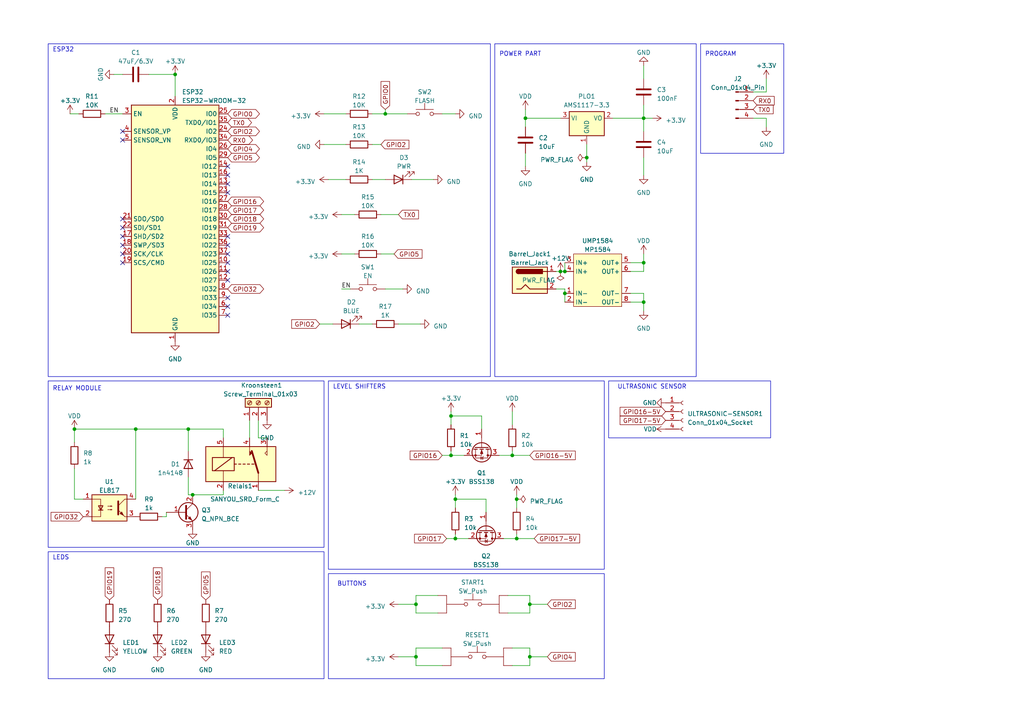
<source format=kicad_sch>
(kicad_sch (version 20230121) (generator eeschema)
  (paper "A4")
  (lib_symbols
    (symbol "Connector:Barrel_Jack" (pin_names (offset 1.016))
      (property "Reference" "J" (at 0 5.334 0))
      (property "Value" "Barrel_Jack" (at 0 -5.08 0))
      (symbol "Barrel_Jack_0_1"
        (rectangle (start -5.08 3.81) (end 5.08 -3.81) (stroke (width 0.254)) (fill (type background)))
        (arc (start -3.302 3.175) (mid -3.9343 2.54) (end -3.302 1.905) (stroke (width 0.254)))
        (arc (start -3.302 3.175) (mid -3.9343 2.54) (end -3.302 1.905) (stroke (width 0.254)) (fill (type outline)))
        (polyline (pts (xy 5.08 2.54) (xy 3.81 2.54)) (stroke (width 0.254)))
        (polyline (pts (xy -3.81 -2.54) (xy -2.54 -2.54) (xy -1.27 -1.27) (xy 0 -2.54) (xy 2.54 -2.54) (xy 5.08 -2.54)) (stroke (width 0.254)))
        (rectangle (start 3.683 3.175) (end -3.302 1.905) (stroke (width 0.254)) (fill (type outline)))
      )
      (symbol "Barrel_Jack_1_1"
        (pin passive line (at 7.62 2.54 180) (length 2.54) (name "~") (number "1"))
        (pin passive line (at 7.62 -2.54 180) (length 2.54) (name "~") (number "2"))
      )
    )
    (symbol "Connector:Conn_01x04_Pin" (pin_names (offset 1.016) hide)
      (property "Reference" "J" (at 0 5.08 0))
      (property "Value" "Conn_01x04_Pin" (at 0 -7.62 0))
      (symbol "Conn_01x04_Pin_1_1"
        (polyline (pts (xy 1.27 -5.08) (xy 0.8636 -5.08)) (stroke (width 0.1524)))
        (polyline (pts (xy 1.27 -2.54) (xy 0.8636 -2.54)) (stroke (width 0.1524)))
        (polyline (pts (xy 1.27 0) (xy 0.8636 0)) (stroke (width 0.1524)))
        (polyline (pts (xy 1.27 2.54) (xy 0.8636 2.54)) (stroke (width 0.1524)))
        (rectangle (start 0.8636 -4.953) (end 0 -5.207) (stroke (width 0.1524)) (fill (type outline)))
        (rectangle (start 0.8636 -2.413) (end 0 -2.667) (stroke (width 0.1524)) (fill (type outline)))
        (rectangle (start 0.8636 0.127) (end 0 -0.127) (stroke (width 0.1524)) (fill (type outline)))
        (rectangle (start 0.8636 2.667) (end 0 2.413) (stroke (width 0.1524)) (fill (type outline)))
        (pin passive line (at 5.08 2.54 180) (length 3.81) (name "Pin_1") (number "1"))
        (pin passive line (at 5.08 0 180) (length 3.81) (name "Pin_2") (number "2"))
        (pin passive line (at 5.08 -2.54 180) (length 3.81) (name "Pin_3") (number "3"))
        (pin passive line (at 5.08 -5.08 180) (length 3.81) (name "Pin_4") (number "4"))
      )
    )
    (symbol "Connector:Conn_01x04_Socket" (pin_names (offset 1.016) hide)
      (property "Reference" "J" (at 0 5.08 0))
      (property "Value" "Conn_01x04_Socket" (at 0 -7.62 0))
      (symbol "Conn_01x04_Socket_1_1"
        (arc (start 0 -4.572) (mid -0.5058 -5.08) (end 0 -5.588) (stroke (width 0.1524)))
        (arc (start 0 -2.032) (mid -0.5058 -2.54) (end 0 -3.048) (stroke (width 0.1524)))
        (polyline (pts (xy -1.27 -5.08) (xy -0.508 -5.08)) (stroke (width 0.1524)))
        (polyline (pts (xy -1.27 -2.54) (xy -0.508 -2.54)) (stroke (width 0.1524)))
        (polyline (pts (xy -1.27 0) (xy -0.508 0)) (stroke (width 0.1524)))
        (polyline (pts (xy -1.27 2.54) (xy -0.508 2.54)) (stroke (width 0.1524)))
        (arc (start 0 0.508) (mid -0.5058 0) (end 0 -0.508) (stroke (width 0.1524)))
        (arc (start 0 3.048) (mid -0.5058 2.54) (end 0 2.032) (stroke (width 0.1524)))
        (pin passive line (at -5.08 2.54 0) (length 3.81) (name "Pin_1") (number "1"))
        (pin passive line (at -5.08 0 0) (length 3.81) (name "Pin_2") (number "2"))
        (pin passive line (at -5.08 -2.54 0) (length 3.81) (name "Pin_3") (number "3"))
        (pin passive line (at -5.08 -5.08 0) (length 3.81) (name "Pin_4") (number "4"))
      )
    )
    (symbol "Connector:Screw_Terminal_01x03" (pin_names (offset 1.016) hide)
      (property "Reference" "J" (at 0 5.08 0))
      (property "Value" "Screw_Terminal_01x03" (at 0 -5.08 0))
      (symbol "Screw_Terminal_01x03_1_1"
        (rectangle (start -1.27 3.81) (end 1.27 -3.81) (stroke (width 0.254)) (fill (type background)))
        (circle (center 0 -2.54) (radius 0.635) (stroke (width 0.1524)))
        (polyline (pts (xy -0.5334 -2.2098) (xy 0.3302 -3.048)) (stroke (width 0.1524)))
        (polyline (pts (xy -0.5334 0.3302) (xy 0.3302 -0.508)) (stroke (width 0.1524)))
        (polyline (pts (xy -0.5334 2.8702) (xy 0.3302 2.032)) (stroke (width 0.1524)))
        (polyline (pts (xy -0.3556 -2.032) (xy 0.508 -2.8702)) (stroke (width 0.1524)))
        (polyline (pts (xy -0.3556 0.508) (xy 0.508 -0.3302)) (stroke (width 0.1524)))
        (polyline (pts (xy -0.3556 3.048) (xy 0.508 2.2098)) (stroke (width 0.1524)))
        (circle (center 0 0) (radius 0.635) (stroke (width 0.1524)))
        (circle (center 0 2.54) (radius 0.635) (stroke (width 0.1524)))
        (pin passive line (at -5.08 2.54 0) (length 3.81) (name "Pin_1") (number "1"))
        (pin passive line (at -5.08 0 0) (length 3.81) (name "Pin_2") (number "2"))
        (pin passive line (at -5.08 -2.54 0) (length 3.81) (name "Pin_3") (number "3"))
      )
    )
    (symbol "Device:C" (pin_numbers hide) (pin_names (offset 0.254))
      (property "Reference" "C" (at 0.635 2.54 0))
      (property "Value" "C" (at 0.635 -2.54 0))
      (symbol "C_0_1"
        (polyline (pts (xy -2.032 -0.762) (xy 2.032 -0.762)) (stroke (width 0.508)))
        (polyline (pts (xy -2.032 0.762) (xy 2.032 0.762)) (stroke (width 0.508)))
      )
      (symbol "C_1_1"
        (pin passive line (at 0 3.81 270) (length 2.794) (name "~") (number "1"))
        (pin passive line (at 0 -3.81 90) (length 2.794) (name "~") (number "2"))
      )
    )
    (symbol "Device:D" (pin_numbers hide) (pin_names (offset 1.016) hide)
      (property "Reference" "D" (at 0 2.54 0))
      (property "Value" "D" (at 0 -2.54 0))
      (symbol "D_0_1"
        (polyline (pts (xy -1.27 1.27) (xy -1.27 -1.27)) (stroke (width 0.254)))
        (polyline (pts (xy 1.27 0) (xy -1.27 0)))
        (polyline (pts (xy 1.27 1.27) (xy 1.27 -1.27) (xy -1.27 0) (xy 1.27 1.27)) (stroke (width 0.254)))
      )
      (symbol "D_1_1"
        (pin passive line (at -3.81 0 0) (length 2.54) (name "K") (number "1"))
        (pin passive line (at 3.81 0 180) (length 2.54) (name "A") (number "2"))
      )
    )
    (symbol "Device:LED" (pin_numbers hide) (pin_names (offset 1.016) hide)
      (property "Reference" "D" (at 0 2.54 0))
      (property "Value" "LED" (at 0 -2.54 0))
      (symbol "LED_0_1"
        (polyline (pts (xy -1.27 -1.27) (xy -1.27 1.27)) (stroke (width 0.254)))
        (polyline (pts (xy -1.27 0) (xy 1.27 0)))
        (polyline (pts (xy 1.27 -1.27) (xy 1.27 1.27) (xy -1.27 0) (xy 1.27 -1.27)) (stroke (width 0.254)))
        (polyline (pts (xy -3.048 -0.762) (xy -4.572 -2.286) (xy -3.81 -2.286) (xy -4.572 -2.286) (xy -4.572 -1.524)))
        (polyline (pts (xy -1.778 -0.762) (xy -3.302 -2.286) (xy -2.54 -2.286) (xy -3.302 -2.286) (xy -3.302 -1.524)))
      )
      (symbol "LED_1_1"
        (pin passive line (at -3.81 0 0) (length 2.54) (name "K") (number "1"))
        (pin passive line (at 3.81 0 180) (length 2.54) (name "A") (number "2"))
      )
    )
    (symbol "Device:Q_NPN_BCE" (pin_names (offset 0) hide)
      (property "Reference" "Q" (at 5.08 1.27 0))
      (property "Value" "Q_NPN_BCE" (at 5.08 -1.27 0))
      (symbol "Q_NPN_BCE_0_1"
        (polyline (pts (xy 0.635 0.635) (xy 2.54 2.54)))
        (polyline (pts (xy 0.635 -0.635) (xy 2.54 -2.54) (xy 2.54 -2.54)))
        (polyline (pts (xy 0.635 1.905) (xy 0.635 -1.905) (xy 0.635 -1.905)) (stroke (width 0.508)))
        (polyline (pts (xy 1.27 -1.778) (xy 1.778 -1.27) (xy 2.286 -2.286) (xy 1.27 -1.778) (xy 1.27 -1.778)) (fill (type outline)))
        (circle (center 1.27 0) (radius 2.8194) (stroke (width 0.254)))
      )
      (symbol "Q_NPN_BCE_1_1"
        (pin input line (at -5.08 0 0) (length 5.715) (name "B") (number "1"))
        (pin passive line (at 2.54 5.08 270) (length 2.54) (name "C") (number "2"))
        (pin passive line (at 2.54 -5.08 90) (length 2.54) (name "E") (number "3"))
      )
    )
    (symbol "Device:R" (pin_numbers hide) (pin_names (offset 0))
      (property "Reference" "R" (at 2.032 0 90))
      (property "Value" "R" (at 0 0 90))
      (symbol "R_0_1"
        (rectangle (start -1.016 -2.54) (end 1.016 2.54) (stroke (width 0.254)))
      )
      (symbol "R_1_1"
        (pin passive line (at 0 3.81 270) (length 1.27) (name "~") (number "1"))
        (pin passive line (at 0 -3.81 90) (length 1.27) (name "~") (number "2"))
      )
    )
    (symbol "Isolator:EL817" (pin_names (offset 1.016))
      (property "Reference" "U" (at -5.08 5.08 0))
      (property "Value" "EL817" (at 0 5.08 0))
      (symbol "EL817_0_1"
        (rectangle (start -5.08 3.81) (end 5.08 -3.81) (stroke (width 0.254)) (fill (type background)))
        (polyline (pts (xy -3.175 -0.635) (xy -1.905 -0.635)) (stroke (width 0.254)))
        (polyline (pts (xy 2.54 0.635) (xy 4.445 2.54)))
        (polyline (pts (xy 4.445 -2.54) (xy 2.54 -0.635)) (fill (type outline)))
        (polyline (pts (xy 4.445 -2.54) (xy 5.08 -2.54)))
        (polyline (pts (xy 4.445 2.54) (xy 5.08 2.54)))
        (polyline (pts (xy -5.08 2.54) (xy -2.54 2.54) (xy -2.54 -0.635)))
        (polyline (pts (xy -2.54 -0.635) (xy -2.54 -2.54) (xy -5.08 -2.54)))
        (polyline (pts (xy 2.54 1.905) (xy 2.54 -1.905) (xy 2.54 -1.905)) (stroke (width 0.508)))
        (polyline (pts (xy -2.54 -0.635) (xy -3.175 0.635) (xy -1.905 0.635) (xy -2.54 -0.635)) (stroke (width 0.254)))
        (polyline (pts (xy -0.508 -0.508) (xy 0.762 -0.508) (xy 0.381 -0.635) (xy 0.381 -0.381) (xy 0.762 -0.508)))
        (polyline (pts (xy -0.508 0.508) (xy 0.762 0.508) (xy 0.381 0.381) (xy 0.381 0.635) (xy 0.762 0.508)))
        (polyline (pts (xy 3.048 -1.651) (xy 3.556 -1.143) (xy 4.064 -2.159) (xy 3.048 -1.651) (xy 3.048 -1.651)) (fill (type outline)))
      )
      (symbol "EL817_1_1"
        (pin passive line (at -7.62 2.54 0) (length 2.54) (name "~") (number "1"))
        (pin passive line (at -7.62 -2.54 0) (length 2.54) (name "~") (number "2"))
        (pin passive line (at 7.62 -2.54 180) (length 2.54) (name "~") (number "3"))
        (pin passive line (at 7.62 2.54 180) (length 2.54) (name "~") (number "4"))
      )
    )
    (symbol "Lib:MP1584"
      (property "Reference" "U" (at 0 2.54 0))
      (property "Value" "MP1584" (at 2.54 5.08 0))
      (symbol "MP1584_1_1"
        (rectangle (start -3.81 1.27) (end 10.16 -13.97) (fill (type background)))
        (pin input line (at -6.35 -10.16 0) (length 2.54) (name "IN-") (number "1"))
        (pin input line (at -6.35 -12.7 0) (length 2.54) (name "IN-") (number "2"))
        (pin input line (at -6.35 -1.27 0) (length 2.54) (name "IN+") (number "3"))
        (pin input line (at -6.35 -3.81 0) (length 2.54) (name "IN+") (number "4"))
        (pin input line (at 12.7 -1.27 180) (length 2.54) (name "OUT+") (number "5"))
        (pin input line (at 12.7 -3.81 180) (length 2.54) (name "OUT+") (number "6"))
        (pin input line (at 12.7 -10.16 180) (length 2.54) (name "OUT-") (number "7"))
        (pin input line (at 12.7 -12.7 180) (length 2.54) (name "OUT-") (number "8"))
      )
    )
    (symbol "RF_Module:ESP32-WROOM-32"
      (property "Reference" "U" (at -12.7 34.29 0))
      (property "Value" "ESP32-WROOM-32" (at 1.27 34.29 0))
      (symbol "ESP32-WROOM-32_0_1"
        (rectangle (start -12.7 33.02) (end 12.7 -33.02) (stroke (width 0.254)) (fill (type background)))
      )
      (symbol "ESP32-WROOM-32_1_1"
        (pin power_in line (at 0 -35.56 90) (length 2.54) (name "GND") (number "1"))
        (pin bidirectional line (at 15.24 -12.7 180) (length 2.54) (name "IO25") (number "10"))
        (pin bidirectional line (at 15.24 -15.24 180) (length 2.54) (name "IO26") (number "11"))
        (pin bidirectional line (at 15.24 -17.78 180) (length 2.54) (name "IO27") (number "12"))
        (pin bidirectional line (at 15.24 10.16 180) (length 2.54) (name "IO14") (number "13"))
        (pin bidirectional line (at 15.24 15.24 180) (length 2.54) (name "IO12") (number "14"))
        (pin passive line (at 0 -35.56 90) (length 2.54) hide (name "GND") (number "15"))
        (pin bidirectional line (at 15.24 12.7 180) (length 2.54) (name "IO13") (number "16"))
        (pin bidirectional line (at -15.24 -5.08 0) (length 2.54) (name "SHD/SD2") (number "17"))
        (pin bidirectional line (at -15.24 -7.62 0) (length 2.54) (name "SWP/SD3") (number "18"))
        (pin bidirectional line (at -15.24 -12.7 0) (length 2.54) (name "SCS/CMD") (number "19"))
        (pin power_in line (at 0 35.56 270) (length 2.54) (name "VDD") (number "2"))
        (pin bidirectional line (at -15.24 -10.16 0) (length 2.54) (name "SCK/CLK") (number "20"))
        (pin bidirectional line (at -15.24 0 0) (length 2.54) (name "SDO/SD0") (number "21"))
        (pin bidirectional line (at -15.24 -2.54 0) (length 2.54) (name "SDI/SD1") (number "22"))
        (pin bidirectional line (at 15.24 7.62 180) (length 2.54) (name "IO15") (number "23"))
        (pin bidirectional line (at 15.24 25.4 180) (length 2.54) (name "IO2") (number "24"))
        (pin bidirectional line (at 15.24 30.48 180) (length 2.54) (name "IO0") (number "25"))
        (pin bidirectional line (at 15.24 20.32 180) (length 2.54) (name "IO4") (number "26"))
        (pin bidirectional line (at 15.24 5.08 180) (length 2.54) (name "IO16") (number "27"))
        (pin bidirectional line (at 15.24 2.54 180) (length 2.54) (name "IO17") (number "28"))
        (pin bidirectional line (at 15.24 17.78 180) (length 2.54) (name "IO5") (number "29"))
        (pin input line (at -15.24 30.48 0) (length 2.54) (name "EN") (number "3"))
        (pin bidirectional line (at 15.24 0 180) (length 2.54) (name "IO18") (number "30"))
        (pin bidirectional line (at 15.24 -2.54 180) (length 2.54) (name "IO19") (number "31"))
        (pin no_connect line (at -12.7 -27.94 0) (length 2.54) hide (name "NC") (number "32"))
        (pin bidirectional line (at 15.24 -5.08 180) (length 2.54) (name "IO21") (number "33"))
        (pin bidirectional line (at 15.24 22.86 180) (length 2.54) (name "RXD0/IO3") (number "34"))
        (pin bidirectional line (at 15.24 27.94 180) (length 2.54) (name "TXD0/IO1") (number "35"))
        (pin bidirectional line (at 15.24 -7.62 180) (length 2.54) (name "IO22") (number "36"))
        (pin bidirectional line (at 15.24 -10.16 180) (length 2.54) (name "IO23") (number "37"))
        (pin passive line (at 0 -35.56 90) (length 2.54) hide (name "GND") (number "38"))
        (pin passive line (at 0 -35.56 90) (length 2.54) hide (name "GND") (number "39"))
        (pin input line (at -15.24 25.4 0) (length 2.54) (name "SENSOR_VP") (number "4"))
        (pin input line (at -15.24 22.86 0) (length 2.54) (name "SENSOR_VN") (number "5"))
        (pin input line (at 15.24 -25.4 180) (length 2.54) (name "IO34") (number "6"))
        (pin input line (at 15.24 -27.94 180) (length 2.54) (name "IO35") (number "7"))
        (pin bidirectional line (at 15.24 -20.32 180) (length 2.54) (name "IO32") (number "8"))
        (pin bidirectional line (at 15.24 -22.86 180) (length 2.54) (name "IO33") (number "9"))
      )
    )
    (symbol "Regulator_Linear:AMS1117-3.3"
      (property "Reference" "U" (at -3.81 3.175 0))
      (property "Value" "AMS1117-3.3" (at 0 3.175 0))
      (symbol "AMS1117-3.3_0_1"
        (rectangle (start -5.08 -5.08) (end 5.08 1.905) (stroke (width 0.254)) (fill (type background)))
      )
      (symbol "AMS1117-3.3_1_1"
        (pin power_in line (at 0 -7.62 90) (length 2.54) (name "GND") (number "1"))
        (pin power_out line (at 7.62 0 180) (length 2.54) (name "VO") (number "2"))
        (pin power_in line (at -7.62 0 0) (length 2.54) (name "VI") (number "3"))
      )
    )
    (symbol "Relay:SANYOU_SRD_Form_C"
      (property "Reference" "K" (at 11.43 3.81 0))
      (property "Value" "SANYOU_SRD_Form_C" (at 11.43 1.27 0))
      (symbol "SANYOU_SRD_Form_C_0_0"
        (polyline (pts (xy 7.62 5.08) (xy 7.62 2.54) (xy 6.985 3.175) (xy 7.62 3.81)))
      )
      (symbol "SANYOU_SRD_Form_C_0_1"
        (rectangle (start -10.16 5.08) (end 10.16 -5.08) (stroke (width 0.254)) (fill (type background)))
        (rectangle (start -8.255 1.905) (end -1.905 -1.905) (stroke (width 0.254)))
        (polyline (pts (xy -7.62 -1.905) (xy -2.54 1.905)) (stroke (width 0.254)))
        (polyline (pts (xy -5.08 -5.08) (xy -5.08 -1.905)))
        (polyline (pts (xy -5.08 5.08) (xy -5.08 1.905)))
        (polyline (pts (xy -1.905 0) (xy -1.27 0)) (stroke (width 0.254)))
        (polyline (pts (xy -0.635 0) (xy 0 0)) (stroke (width 0.254)))
        (polyline (pts (xy 0.635 0) (xy 1.27 0)) (stroke (width 0.254)))
        (polyline (pts (xy 1.905 0) (xy 2.54 0)) (stroke (width 0.254)))
        (polyline (pts (xy 3.175 0) (xy 3.81 0)) (stroke (width 0.254)))
        (polyline (pts (xy 5.08 -2.54) (xy 3.175 3.81)) (stroke (width 0.508)))
        (polyline (pts (xy 5.08 -2.54) (xy 5.08 -5.08)))
      )
      (symbol "SANYOU_SRD_Form_C_1_1"
        (polyline (pts (xy 2.54 3.81) (xy 3.175 3.175) (xy 2.54 2.54) (xy 2.54 5.08)) (fill (type outline)))
        (pin passive line (at 5.08 -7.62 90) (length 2.54) (name "~") (number "1"))
        (pin passive line (at -5.08 -7.62 90) (length 2.54) (name "~") (number "2"))
        (pin passive line (at 7.62 7.62 270) (length 2.54) (name "~") (number "3"))
        (pin passive line (at 2.54 7.62 270) (length 2.54) (name "~") (number "4"))
        (pin passive line (at -5.08 7.62 270) (length 2.54) (name "~") (number "5"))
      )
    )
    (symbol "SW_Push_2" (pin_numbers hide) (pin_names (offset 1.016) hide)
      (property "Reference" "SW1" (at 0 6.35 0))
      (property "Value" "EN" (at 0 3.81 0))
      (symbol "SW_Push_2_0_1"
        (circle (center -2.032 0) (radius 0.508))
        (polyline (pts (xy 0 1.27) (xy 0 3.048)))
        (polyline (pts (xy 2.54 1.27) (xy -2.54 1.27)))
        (circle (center 2.032 0) (radius 0.508))
        (pin passive line (at -5.08 0 0) (length 2.54) (name "1") (number "1"))
        (pin passive line (at 5.08 0 180) (length 2.54) (name "2") (number "2"))
      )
    )
    (symbol "Switch:SW_Push" (pin_numbers hide) (pin_names (offset 1.016) hide)
      (property "Reference" "SW1" (at 0 6.35 0))
      (property "Value" "SW_Push" (at 0 3.81 0))
      (symbol "SW_Push_0_1"
        (circle (center -2.032 0) (radius 0.508))
        (polyline (pts (xy -7.62 2.54) (xy -7.62 0)))
        (polyline (pts (xy 0 1.27) (xy 0 3.048)))
        (polyline (pts (xy 2.54 1.27) (xy -2.54 1.27)))
        (polyline (pts (xy 7.62 -2.54) (xy 7.62 0)))
        (polyline (pts (xy -2.54 0) (xy -7.62 0) (xy -7.62 -2.54)))
        (polyline (pts (xy 2.54 0) (xy 7.62 0) (xy 7.62 2.54)))
        (circle (center 2.032 0) (radius 0.508))
        (pin passive line (at -10.16 2.54 0) (length 2.54) (name "1A") (number "1"))
        (pin passive line (at -10.16 -2.54 0) (length 2.54) (name "1B") (number "1"))
        (pin passive line (at 10.16 2.54 180) (length 2.54) (name "2A") (number "1"))
        (pin passive line (at 10.16 -2.54 180) (length 2.54) (name "2B") (number "2"))
      )
    )
    (symbol "Transistor_FET:BSS138" (pin_names hide)
      (property "Reference" "Q" (at 5.08 1.905 0))
      (property "Value" "BSS138" (at 5.08 0 0))
      (symbol "BSS138_0_1"
        (polyline (pts (xy 0.254 0) (xy -2.54 0)))
        (polyline (pts (xy 0.254 1.905) (xy 0.254 -1.905)) (stroke (width 0.254)))
        (polyline (pts (xy 0.762 -1.27) (xy 0.762 -2.286)) (stroke (width 0.254)))
        (polyline (pts (xy 0.762 0.508) (xy 0.762 -0.508)) (stroke (width 0.254)))
        (polyline (pts (xy 0.762 2.286) (xy 0.762 1.27)) (stroke (width 0.254)))
        (polyline (pts (xy 2.54 2.54) (xy 2.54 1.778)))
        (polyline (pts (xy 2.54 -2.54) (xy 2.54 0) (xy 0.762 0)))
        (polyline (pts (xy 0.762 -1.778) (xy 3.302 -1.778) (xy 3.302 1.778) (xy 0.762 1.778)))
        (polyline (pts (xy 1.016 0) (xy 2.032 0.381) (xy 2.032 -0.381) (xy 1.016 0)) (fill (type outline)))
        (polyline (pts (xy 2.794 0.508) (xy 2.921 0.381) (xy 3.683 0.381) (xy 3.81 0.254)))
        (polyline (pts (xy 3.302 0.381) (xy 2.921 -0.254) (xy 3.683 -0.254) (xy 3.302 0.381)))
        (circle (center 1.651 0) (radius 2.794) (stroke (width 0.254)))
        (circle (center 2.54 -1.778) (radius 0.254) (fill (type outline)))
        (circle (center 2.54 1.778) (radius 0.254) (fill (type outline)))
      )
      (symbol "BSS138_1_1"
        (pin input line (at -5.08 0 0) (length 2.54) (name "G") (number "1"))
        (pin passive line (at 2.54 -5.08 90) (length 2.54) (name "S") (number "2"))
        (pin passive line (at 2.54 5.08 270) (length 2.54) (name "D") (number "3"))
      )
    )
    (symbol "power:+12V" (power) (pin_names (offset 0))
      (property "Value" "+12V" (at 0 3.556 0))
      (symbol "+12V_0_1"
        (polyline (pts (xy -0.762 1.27) (xy 0 2.54)))
        (polyline (pts (xy 0 0) (xy 0 2.54)))
        (polyline (pts (xy 0 2.54) (xy 0.762 1.27)))
      )
      (symbol "+12V_1_1"
        (pin power_in line (at 0 0 90) (length 0) hide (name "+12V") (number "1"))
      )
    )
    (symbol "power:+3.3V" (power) (pin_names (offset 0))
      (property "Value" "+3.3V" (at 0 3.556 0))
      (symbol "+3.3V_0_1"
        (polyline (pts (xy -0.762 1.27) (xy 0 2.54)))
        (polyline (pts (xy 0 0) (xy 0 2.54)))
        (polyline (pts (xy 0 2.54) (xy 0.762 1.27)))
      )
      (symbol "+3.3V_1_1"
        (pin power_in line (at 0 0 90) (length 0) hide (name "+3.3V") (number "1"))
      )
    )
    (symbol "power:GND" (power) (pin_names (offset 0))
      (property "Value" "GND" (at 0 -3.81 0))
      (symbol "GND_0_1"
        (polyline (pts (xy 0 0) (xy 0 -1.27) (xy 1.27 -1.27) (xy 0 -2.54) (xy -1.27 -1.27) (xy 0 -1.27)))
      )
      (symbol "GND_1_1"
        (pin power_in line (at 0 0 270) (length 0) hide (name "GND") (number "1"))
      )
    )
    (symbol "power:PWR_FLAG" (power) (pin_numbers hide) (pin_names (offset 0) hide)
      (property "Value" "PWR_FLAG" (at 0 3.81 0))
      (symbol "PWR_FLAG_0_0"
        (pin power_out line (at 0 0 90) (length 0) (name "pwr") (number "1"))
      )
      (symbol "PWR_FLAG_0_1"
        (polyline (pts (xy 0 0) (xy 0 1.27) (xy -1.016 1.905) (xy 0 2.54) (xy 1.016 1.905) (xy 0 1.27)))
      )
    )
    (symbol "power:VDD" (power) (pin_names (offset 0))
      (property "Value" "VDD" (at 0 3.81 0))
      (symbol "VDD_0_1"
        (polyline (pts (xy -0.762 1.27) (xy 0 2.54)))
        (polyline (pts (xy 0 0) (xy 0 2.54)))
        (polyline (pts (xy 0 2.54) (xy 0.762 1.27)))
      )
      (symbol "VDD_1_1"
        (pin power_in line (at 0 0 90) (length 0) hide (name "VDD") (number "1"))
      )
    )
  )
  (junction (at 186.69 34.29))
  (junction (at 132.08 144.78))
  (junction (at 132.08 156.21))
  (junction (at 149.86 144.78))
  (junction (at 162.56 78.74))
  (junction (at 152.4 34.29))
  (junction (at 170.18 45.72))
  (junction (at 21.59 124.46))
  (junction (at 39.37 124.46))
  (junction (at 149.86 156.21))
  (junction (at 54.61 124.46))
  (junction (at 153.67 175.26))
  (junction (at 55.88 143.51))
  (junction (at 130.81 120.65))
  (junction (at 50.8 21.59))
  (junction (at 148.59 132.08))
  (junction (at 120.65 190.5))
  (junction (at 186.69 76.2))
  (junction (at 130.81 132.08))
  (junction (at 163.83 78.74))
  (junction (at 111.76 33.02))
  (junction (at 120.65 175.26))
  (junction (at 186.69 87.63))
  (junction (at 153.67 190.5))
  (junction (at 163.83 85.09))
  (no_connect (at 35.56 38.1))
  (no_connect (at 66.04 73.66))
  (no_connect (at 66.04 81.28))
  (no_connect (at 66.04 78.74))
  (no_connect (at 35.56 73.66))
  (no_connect (at 35.56 71.12))
  (no_connect (at 66.04 48.26))
  (no_connect (at 66.04 88.9))
  (no_connect (at 66.04 50.8))
  (no_connect (at 35.56 40.64))
  (no_connect (at 66.04 76.2))
  (no_connect (at 66.04 71.12))
  (no_connect (at 35.56 66.04))
  (no_connect (at 35.56 76.2))
  (no_connect (at 66.04 86.36))
  (no_connect (at 35.56 68.58))
  (no_connect (at 66.04 68.58))
  (no_connect (at 35.56 63.5))
  (no_connect (at 66.04 55.88))
  (no_connect (at 66.04 91.44))
  (no_connect (at 66.04 53.34))
  (wire (pts (xy 162.56 78.74) (xy 163.83 78.74)))
  (wire (pts (xy 21.59 124.46) (xy 21.59 128.27)))
  (wire (pts (xy 146.05 156.21) (xy 149.86 156.21)))
  (wire (pts (xy 115.57 190.5) (xy 120.65 190.5)))
  (wire (pts (xy 153.67 175.26) (xy 158.75 175.26)))
  (wire (pts (xy 153.67 177.8) (xy 147.32 177.8)))
  (wire (pts (xy 77.47 127) (xy 74.93 127)))
  (wire (pts (xy 186.69 19.05) (xy 186.69 22.86)))
  (wire (pts (xy 148.59 132.08) (xy 153.67 132.08)))
  (wire (pts (xy 144.78 132.08) (xy 148.59 132.08)))
  (wire (pts (xy 129.54 156.21) (xy 132.08 156.21)))
  (wire (pts (xy 147.32 172.72) (xy 153.67 172.72)))
  (wire (pts (xy 21.59 135.89) (xy 21.59 144.78)))
  (wire (pts (xy 170.18 45.72) (xy 170.18 46.99)))
  (wire (pts (xy 54.61 124.46) (xy 64.77 124.46)))
  (wire (pts (xy 186.69 45.72) (xy 186.69 50.8)))
  (wire (pts (xy 148.59 132.08) (xy 148.59 130.81)))
  (wire (pts (xy 222.25 22.86) (xy 222.25 26.67)))
  (wire (pts (xy 148.59 119.38) (xy 148.59 123.19)))
  (wire (pts (xy 120.65 177.8) (xy 127 177.8)))
  (wire (pts (xy 132.08 144.78) (xy 140.97 144.78)))
  (wire (pts (xy 161.29 78.74) (xy 162.56 78.74)))
  (wire (pts (xy 186.69 85.09) (xy 182.88 85.09)))
  (wire (pts (xy 170.18 41.91) (xy 170.18 45.72)))
  (wire (pts (xy 64.77 127) (xy 64.77 124.46)))
  (wire (pts (xy 132.08 156.21) (xy 135.89 156.21)))
  (wire (pts (xy 120.65 193.04) (xy 128.27 193.04)))
  (wire (pts (xy 92.71 93.98) (xy 96.52 93.98)))
  (wire (pts (xy 54.61 130.81) (xy 54.61 124.46)))
  (wire (pts (xy 132.08 143.51) (xy 132.08 144.78)))
  (wire (pts (xy 128.27 33.02) (xy 132.08 33.02)))
  (wire (pts (xy 161.29 83.82) (xy 163.83 83.82)))
  (wire (pts (xy 54.61 138.43) (xy 54.61 143.51)))
  (wire (pts (xy 120.65 175.26) (xy 115.57 175.26)))
  (wire (pts (xy 132.08 154.94) (xy 132.08 156.21)))
  (wire (pts (xy 140.97 144.78) (xy 140.97 148.59)))
  (wire (pts (xy 186.69 87.63) (xy 186.69 85.09)))
  (wire (pts (xy 99.06 83.82) (xy 101.6 83.82)))
  (wire (pts (xy 153.67 193.04) (xy 148.59 193.04)))
  (wire (pts (xy 93.98 41.91) (xy 100.33 41.91)))
  (wire (pts (xy 54.61 143.51) (xy 55.88 143.51)))
  (wire (pts (xy 64.77 143.51) (xy 64.77 142.24)))
  (wire (pts (xy 127 172.72) (xy 120.65 172.72)))
  (wire (pts (xy 132.08 144.78) (xy 132.08 147.32)))
  (wire (pts (xy 20.32 33.02) (xy 22.86 33.02)))
  (wire (pts (xy 130.81 132.08) (xy 134.62 132.08)))
  (wire (pts (xy 48.26 149.86) (xy 48.26 148.59)))
  (wire (pts (xy 153.67 187.96) (xy 153.67 190.5)))
  (wire (pts (xy 148.59 187.96) (xy 153.67 187.96)))
  (wire (pts (xy 130.81 130.81) (xy 130.81 132.08)))
  (wire (pts (xy 128.27 187.96) (xy 120.65 187.96)))
  (wire (pts (xy 139.7 120.65) (xy 139.7 124.46)))
  (wire (pts (xy 111.76 33.02) (xy 118.11 33.02)))
  (wire (pts (xy 107.95 52.07) (xy 111.76 52.07)))
  (wire (pts (xy 50.8 21.59) (xy 50.8 27.94)))
  (wire (pts (xy 107.95 33.02) (xy 111.76 33.02)))
  (wire (pts (xy 43.18 21.59) (xy 50.8 21.59)))
  (wire (pts (xy 21.59 124.46) (xy 39.37 124.46)))
  (wire (pts (xy 111.76 31.75) (xy 111.76 33.02)))
  (wire (pts (xy 222.25 26.67) (xy 218.44 26.67)))
  (wire (pts (xy 128.27 132.08) (xy 130.81 132.08)))
  (wire (pts (xy 82.55 142.24) (xy 74.93 142.24)))
  (wire (pts (xy 186.69 76.2) (xy 186.69 73.66)))
  (wire (pts (xy 163.83 85.09) (xy 163.83 87.63)))
  (wire (pts (xy 222.25 34.29) (xy 218.44 34.29)))
  (wire (pts (xy 152.4 34.29) (xy 162.56 34.29)))
  (wire (pts (xy 149.86 156.21) (xy 154.94 156.21)))
  (wire (pts (xy 120.65 190.5) (xy 120.65 193.04)))
  (wire (pts (xy 120.65 175.26) (xy 120.65 177.8)))
  (wire (pts (xy 39.37 124.46) (xy 54.61 124.46)))
  (wire (pts (xy 152.4 44.45) (xy 152.4 48.26)))
  (wire (pts (xy 222.25 36.83) (xy 222.25 34.29)))
  (wire (pts (xy 153.67 172.72) (xy 153.67 175.26)))
  (wire (pts (xy 46.99 149.86) (xy 48.26 149.86)))
  (wire (pts (xy 120.65 187.96) (xy 120.65 190.5)))
  (wire (pts (xy 153.67 175.26) (xy 153.67 177.8)))
  (wire (pts (xy 93.98 33.02) (xy 100.33 33.02)))
  (wire (pts (xy 177.8 34.29) (xy 186.69 34.29)))
  (wire (pts (xy 30.48 33.02) (xy 35.56 33.02)))
  (wire (pts (xy 186.69 30.48) (xy 186.69 34.29)))
  (wire (pts (xy 149.86 144.78) (xy 149.86 147.32)))
  (wire (pts (xy 186.69 78.74) (xy 186.69 76.2)))
  (wire (pts (xy 186.69 34.29) (xy 189.23 34.29)))
  (wire (pts (xy 130.81 120.65) (xy 130.81 123.19)))
  (wire (pts (xy 182.88 87.63) (xy 186.69 87.63)))
  (wire (pts (xy 95.25 52.07) (xy 100.33 52.07)))
  (wire (pts (xy 119.38 52.07) (xy 125.73 52.07)))
  (wire (pts (xy 149.86 143.51) (xy 149.86 144.78)))
  (wire (pts (xy 104.14 93.98) (xy 107.95 93.98)))
  (wire (pts (xy 55.88 143.51) (xy 64.77 143.51)))
  (wire (pts (xy 182.88 76.2) (xy 186.69 76.2)))
  (wire (pts (xy 152.4 34.29) (xy 152.4 36.83)))
  (wire (pts (xy 72.39 121.92) (xy 72.39 127)))
  (wire (pts (xy 39.37 124.46) (xy 39.37 144.78)))
  (wire (pts (xy 110.49 62.23) (xy 115.57 62.23)))
  (wire (pts (xy 182.88 78.74) (xy 186.69 78.74)))
  (wire (pts (xy 186.69 90.17) (xy 186.69 87.63)))
  (wire (pts (xy 33.02 21.59) (xy 35.56 21.59)))
  (wire (pts (xy 152.4 31.75) (xy 152.4 34.29)))
  (wire (pts (xy 107.95 41.91) (xy 110.49 41.91)))
  (wire (pts (xy 110.49 73.66) (xy 114.3 73.66)))
  (wire (pts (xy 120.65 172.72) (xy 120.65 175.26)))
  (wire (pts (xy 99.06 62.23) (xy 102.87 62.23)))
  (wire (pts (xy 99.06 73.66) (xy 102.87 73.66)))
  (wire (pts (xy 130.81 119.38) (xy 130.81 120.65)))
  (wire (pts (xy 74.93 127) (xy 74.93 121.92)))
  (wire (pts (xy 111.76 83.82) (xy 116.84 83.82)))
  (wire (pts (xy 149.86 156.21) (xy 149.86 154.94)))
  (wire (pts (xy 163.83 83.82) (xy 163.83 85.09)))
  (wire (pts (xy 130.81 120.65) (xy 139.7 120.65)))
  (wire (pts (xy 186.69 34.29) (xy 186.69 38.1)))
  (wire (pts (xy 21.59 144.78) (xy 24.13 144.78)))
  (wire (pts (xy 153.67 190.5) (xy 158.75 190.5)))
  (wire (pts (xy 163.83 78.74) (xy 163.83 76.2)))
  (wire (pts (xy 153.67 190.5) (xy 153.67 193.04)))
  (wire (pts (xy 115.57 93.98) (xy 121.92 93.98)))
  (rectangle (start 203.2 12.7) (end 227.33 44.45))
  (rectangle (start 13.97 110.49) (end 93.98 158.75))
  (rectangle (start 95.25 166.37) (end 175.26 196.85))
  (rectangle (start 13.97 160.02) (end 93.98 196.85))
  (rectangle (start 95.25 110.49) (end 175.26 165.1))
  (rectangle (start 143.51 12.7) (end 201.93 109.22))
  (rectangle (start 13.97 12.7) (end 142.24 109.22))
  (rectangle (start 176.53 110.49) (end 223.52 127))
  (text "ESP32\n" (at 15.24 15.24 0) (effects (font (size 1.27 1.27)) (justify left bottom)))
  (text "ULTRASONIC SENSOR" (at 179.07 113.03 0) (effects (font (size 1.27 1.27)) (justify left bottom)))
  (text "RELAY MODULE\n\n" (at 15.24 115.57 0) (effects (font (size 1.27 1.27)) (justify left bottom)))
  (text "PROGRAM\n" (at 204.47 16.51 0) (effects (font (size 1.27 1.27)) (justify left bottom)))
  (text "BUTTONS" (at 97.79 170.18 0) (effects (font (size 1.27 1.27)) (justify left bottom)))
  (text "LEDS" (at 15.24 162.56 0) (effects (font (size 1.27 1.27)) (justify left bottom)))
  (text "POWER PART" (at 144.78 16.51 0) (effects (font (size 1.27 1.27)) (justify left bottom)))
  (text "LEVEL SHIFTERS" (at 96.52 113.03 0) (effects (font (size 1.27 1.27)) (justify left bottom)))
  (label "EN" (at 99.06 83.82 0))
  (label "EN" (at 31.75 33.02 0))
  (global_label "TX0" (shape input) (at 218.44 31.75 0) (property "Intersheetrefs" "${INTERSHEET_REFS}" (effects hide)))
  (global_label "GPIO5" (shape input) (at 59.69 173.99 90) (property "Intersheetrefs" "${INTERSHEET_REFS}" (effects hide)))
  (global_label "GPIO5" (shape input) (at 114.3 73.66 0) (property "Intersheetrefs" "${INTERSHEET_REFS}" (effects hide)))
  (global_label "GPIO16" (shape input) (at 128.27 132.08 180) (property "Intersheetrefs" "${INTERSHEET_REFS}" (effects hide)))
  (global_label "GPIO16-5V" (shape input) (at 193.04 119.38 180) (property "Intersheetrefs" "${INTERSHEET_REFS}" (effects hide)))
  (global_label "GPIO5" (shape bidirectional) (at 66.04 45.72 0) (property "Intersheetrefs" "${INTERSHEET_REFS}" (effects hide)))
  (global_label "GPIO0" (shape input) (at 111.76 31.75 90) (property "Intersheetrefs" "${INTERSHEET_REFS}" (effects hide)))
  (global_label "RX0" (shape bidirectional) (at 66.04 40.64 0) (property "Intersheetrefs" "${INTERSHEET_REFS}" (effects hide)))
  (global_label "GPIO0" (shape bidirectional) (at 66.04 33.02 0) (property "Intersheetrefs" "${INTERSHEET_REFS}" (effects hide)))
  (global_label "GPIO2" (shape input) (at 110.49 41.91 0) (property "Intersheetrefs" "${INTERSHEET_REFS}" (effects hide)))
  (global_label "GPIO2" (shape bidirectional) (at 66.04 38.1 0) (property "Intersheetrefs" "${INTERSHEET_REFS}" (effects hide)))
  (global_label "GPIO32" (shape bidirectional) (at 66.04 83.82 0) (property "Intersheetrefs" "${INTERSHEET_REFS}" (effects hide)))
  (global_label "GPIO2" (shape input) (at 158.75 175.26 0) (property "Intersheetrefs" "${INTERSHEET_REFS}" (effects hide)))
  (global_label "GPIO18" (shape input) (at 45.72 173.99 90) (property "Intersheetrefs" "${INTERSHEET_REFS}" (effects hide)))
  (global_label "GPIO16-5V" (shape input) (at 153.67 132.08 0) (property "Intersheetrefs" "${INTERSHEET_REFS}" (effects hide)))
  (global_label "GPIO4" (shape input) (at 158.75 190.5 0) (property "Intersheetrefs" "${INTERSHEET_REFS}" (effects hide)))
  (global_label "GPIO2" (shape input) (at 92.71 93.98 180) (property "Intersheetrefs" "${INTERSHEET_REFS}" (effects hide)))
  (global_label "GPIO17" (shape input) (at 129.54 156.21 180) (property "Intersheetrefs" "${INTERSHEET_REFS}" (effects hide)))
  (global_label "TX0" (shape input) (at 115.57 62.23 0) (property "Intersheetrefs" "${INTERSHEET_REFS}" (effects hide)))
  (global_label "GPIO32" (shape input) (at 24.13 149.86 180) (property "Intersheetrefs" "${INTERSHEET_REFS}" (effects hide)))
  (global_label "GPIO18" (shape bidirectional) (at 66.04 63.5 0) (property "Intersheetrefs" "${INTERSHEET_REFS}" (effects hide)))
  (global_label "GPIO19" (shape input) (at 31.75 173.99 90) (property "Intersheetrefs" "${INTERSHEET_REFS}" (effects hide)))
  (global_label "TX0" (shape bidirectional) (at 66.04 35.56 0) (property "Intersheetrefs" "${INTERSHEET_REFS}" (effects hide)))
  (global_label "GPIO17" (shape bidirectional) (at 66.04 60.96 0) (property "Intersheetrefs" "${INTERSHEET_REFS}" (effects hide)))
  (global_label "GPIO17-5V" (shape input) (at 193.04 121.92 180) (property "Intersheetrefs" "${INTERSHEET_REFS}" (effects hide)))
  (global_label "GPIO16" (shape bidirectional) (at 66.04 58.42 0) (property "Intersheetrefs" "${INTERSHEET_REFS}" (effects hide)))
  (global_label "GPIO4" (shape bidirectional) (at 66.04 43.18 0) (property "Intersheetrefs" "${INTERSHEET_REFS}" (effects hide)))
  (global_label "GPIO17-5V" (shape input) (at 154.94 156.21 0) (property "Intersheetrefs" "${INTERSHEET_REFS}" (effects hide)))
  (global_label "GPIO19" (shape bidirectional) (at 66.04 66.04 0) (property "Intersheetrefs" "${INTERSHEET_REFS}" (effects hide)))
  (global_label "RX0" (shape input) (at 218.44 29.21 0) (property "Intersheetrefs" "${INTERSHEET_REFS}" (effects hide)))
  (symbol (lib_id "power:+3.3V") (at 93.98 33.02 90) (unit 1)
    (property "Reference" "#PWR06" (effects hide))
    (property "Value" "+3.3V" (at 90.17 33.655 90) (effects (justify left)))
  )
  (symbol (lib_id "Device:R") (at 43.18 149.86 90) (unit 1)
    (property "Reference" "R9" (at 43.18 144.78 90))
    (property "Value" "1k" (at 43.18 147.32 90))
    (property "Footprint" "Resistor_SMD:R_0805_2012Metric_Pad1.20x1.40mm_HandSolder" (effects hide))
  )
  (symbol (lib_id "Device:LED") (at 45.72 185.42 90) (unit 1)
    (property "Reference" "LED2" (at 49.53 186.3725 90) (effects (justify right)))
    (property "Value" "GREEN" (at 49.53 188.9125 90) (effects (justify right)))
    (property "Footprint" "LED_THT:LED_D3.0mm" (effects hide))
  )
  (symbol (lib_id "power:+3.3V") (at 130.81 119.38 0) (unit 1)
    (property "Reference" "#PWR01" (effects hide))
    (property "Value" "+3.3V" (at 130.81 115.57 0))
  )
  (symbol (lib_id "power:GND") (at 77.47 121.92 0) (unit 1)
    (property "Reference" "#PWR039" (effects hide))
    (property "Value" "GND" (at 77.47 127 0))
  )
  (symbol (lib_id "power:GND") (at 121.92 93.98 90) (unit 1)
    (property "Reference" "#PWR015" (effects hide))
    (property "Value" "GND" (at 125.73 94.615 90) (effects (justify right)))
  )
  (symbol (lib_id "power:GND") (at 170.18 46.99 0) (unit 1)
    (property "Reference" "#PWR022" (effects hide))
    (property "Value" "GND" (at 170.18 52.07 0))
  )
  (symbol (lib_id "Regulator_Linear:AMS1117-3.3") (at 170.18 34.29 0) (unit 1)
    (property "Reference" "PLO1" (at 170.18 27.94 0))
    (property "Value" "AMS1117-3.3" (at 170.18 30.48 0))
    (property "Footprint" "Package_TO_SOT_SMD:SOT-223-3_TabPin2" (effects hide))
    (property "Datasheet" "http://www.advanced-monolithic.com/pdf/ds1117.pdf" (effects hide))
  )
  (symbol (lib_id "power:VDD") (at 193.04 124.46 90) (unit 1)
    (property "Reference" "#PWR035" (effects hide))
    (property "Value" "VDD" (at 190.5 124.46 90) (effects (justify left)))
  )
  (symbol (lib_id "power:GND") (at 193.04 116.84 270) (unit 1)
    (property "Reference" "#PWR030" (effects hide))
    (property "Value" "GND" (at 190.5 116.84 90) (effects (justify right)))
  )
  (symbol (lib_id "power:+12V") (at 82.55 142.24 270) (unit 1)
    (property "Reference" "#PWR038" (effects hide))
    (property "Value" "+12V" (at 86.36 142.875 90) (effects (justify left)))
  )
  (symbol (lib_id "Device:C") (at 186.69 26.67 0) (unit 1)
    (property "Reference" "C3" (at 190.5 26.035 0) (effects (justify left)))
    (property "Value" "100nF" (at 190.5 28.575 0) (effects (justify left)))
    (property "Footprint" "Capacitor_SMD:C_0805_2012Metric_Pad1.18x1.45mm_HandSolder" (effects hide))
  )
  (symbol (lib_id "power:VDD") (at 148.59 119.38 0) (unit 1)
    (property "Reference" "#PWR02" (effects hide))
    (property "Value" "VDD" (at 148.59 115.57 0))
  )
  (symbol (lib_id "power:GND") (at 116.84 83.82 90) (unit 1)
    (property "Reference" "#PWR014" (effects hide))
    (property "Value" "GND" (at 120.65 84.455 90) (effects (justify right)))
  )
  (symbol (lib_id "power:GND") (at 222.25 36.83 0) (unit 1)
    (property "Reference" "#PWR021" (effects hide))
    (property "Value" "GND" (at 222.25 41.91 0))
  )
  (symbol (lib_id "Switch:SW_Push") (at 137.16 175.26 0) (unit 1)
    (property "Reference" "START1" (at 137.16 168.91 0))
    (property "Value" "SW_Push" (at 137.16 171.45 0))
    (property "Footprint" "Button_Switch_THT:SW_PUSH_6mm" (effects hide))
  )
  (symbol (lib_id "Device:C") (at 39.37 21.59 270) (unit 1)
    (property "Reference" "C1" (at 39.37 15.24 90))
    (property "Value" "47uF/6.3V" (at 39.37 17.78 90))
    (property "Footprint" "Capacitor_SMD:C_0805_2012Metric_Pad1.18x1.45mm_HandSolder" (effects hide))
  )
  (symbol (lib_id "power:VDD") (at 149.86 143.51 0) (unit 1)
    (property "Reference" "#PWR04" (effects hide))
    (property "Value" "VDD" (at 149.86 139.7 0))
  )
  (symbol (lib_id "Device:R") (at 104.14 33.02 90) (unit 1)
    (property "Reference" "R12" (at 104.14 27.94 90))
    (property "Value" "10K" (at 104.14 30.48 90))
    (property "Footprint" "Resistor_SMD:R_0805_2012Metric_Pad1.20x1.40mm_HandSolder" (effects hide))
  )
  (symbol (lib_id "power:GND") (at 186.69 50.8 0) (unit 1)
    (property "Reference" "#PWR026" (effects hide))
    (property "Value" "GND" (at 186.69 55.88 0))
  )
  (symbol (lib_id "Connector:Screw_Terminal_01x03") (at 74.93 116.84 90) (unit 1)
    (property "Reference" "Kroonsteen1" (at 69.85 111.76 90) (effects (justify right)))
    (property "Value" "Screw_Terminal_01x03" (at 64.77 114.3 90) (effects (justify right)))
    (property "Footprint" "TerminalBlock:TerminalBlock_bornier-3_P5.08mm" (effects hide))
  )
  (symbol (lib_id "RF_Module:ESP32-WROOM-32") (at 50.8 63.5 0) (unit 1)
    (property "Reference" "ESP32" (at 52.7559 26.67 0) (effects (justify left)))
    (property "Value" "ESP32-WROOM-32" (at 52.7559 29.21 0) (effects (justify left)))
    (property "Footprint" "RF_Module:ESP32-WROOM-32" (effects hide))
    (property "Datasheet" "https://www.espressif.com/sites/default/files/documentation/esp32-wroom-32_datasheet_en.pdf" (effects hide))
  )
  (symbol (lib_id "Device:R") (at 148.59 127 0) (unit 1)
    (property "Reference" "R2" (at 151.13 126.365 0) (effects (justify left)))
    (property "Value" "10k" (at 151.13 128.905 0) (effects (justify left)))
    (property "Footprint" "Resistor_SMD:R_0805_2012Metric_Pad1.20x1.40mm_HandSolder" (effects hide))
  )
  (symbol (lib_id "power:+3.3V") (at 95.25 52.07 90) (unit 1)
    (property "Reference" "#PWR08" (effects hide))
    (property "Value" "+3.3V" (at 91.44 52.705 90) (effects (justify left)))
  )
  (symbol (lib_id "Connector:Conn_01x04_Socket") (at 198.12 119.38 0) (unit 1)
    (property "Reference" "ULTRASONIC-SENSOR1" (at 199.39 120.015 0) (effects (justify left)))
    (property "Value" "Conn_01x04_Socket" (at 199.39 122.555 0) (effects (justify left)))
    (property "Footprint" "Connector_PinHeader_2.54mm:PinHeader_1x04_P2.54mm_Vertical" (effects hide))
  )
  (symbol (lib_id "Device:R") (at 149.86 151.13 0) (unit 1)
    (property "Reference" "R4" (at 152.4 150.495 0) (effects (justify left)))
    (property "Value" "10k" (at 152.4 153.035 0) (effects (justify left)))
    (property "Footprint" "Resistor_SMD:R_0805_2012Metric_Pad1.20x1.40mm_HandSolder" (effects hide))
  )
  (symbol (lib_id "power:+3.3V") (at 50.8 21.59 0) (unit 1)
    (property "Reference" "#PWR012" (effects hide))
    (property "Value" "+3.3V" (at 50.8 17.78 0))
  )
  (symbol (lib_id "Lib:MP1584") (at 170.18 74.93 0) (unit 1)
    (property "Reference" "UMP1584" (at 173.355 69.85 0))
    (property "Value" "MP1584" (at 173.355 72.39 0))
    (property "Footprint" "Library:U1584" (effects hide))
  )
  (symbol (lib_id "Device:D") (at 54.61 134.62 270) (unit 1)
    (property "Reference" "D1" (at 49.53 134.62 90) (effects (justify left)))
    (property "Value" "1n4148" (at 45.72 137.16 90) (effects (justify left)))
    (property "Footprint" "Diode_SMD:D_0805_2012Metric" (effects hide))
    (property "Sim.Device" "D" (effects hide))
    (property "Sim.Pins" "1=K 2=A" (effects hide))
  )
  (symbol (lib_id "Device:R") (at 45.72 177.8 0) (unit 1)
    (property "Reference" "R6" (at 48.26 177.165 0) (effects (justify left)))
    (property "Value" "270" (at 48.26 179.705 0) (effects (justify left)))
    (property "Footprint" "Resistor_SMD:R_0805_2012Metric_Pad1.20x1.40mm_HandSolder" (effects hide))
  )
  (symbol (lib_id "Device:R") (at 111.76 93.98 90) (unit 1)
    (property "Reference" "R17" (at 111.76 88.9 90))
    (property "Value" "1K" (at 111.76 91.44 90))
    (property "Footprint" "Resistor_SMD:R_0805_2012Metric_Pad1.20x1.40mm_HandSolder" (effects hide))
  )
  (symbol (lib_id "power:GND") (at 59.69 189.23 0) (unit 1)
    (property "Reference" "#PWR034" (effects hide))
    (property "Value" "GND" (at 59.69 194.31 0))
  )
  (symbol (lib_id "power:GND") (at 31.75 189.23 0) (unit 1)
    (property "Reference" "#PWR032" (effects hide))
    (property "Value" "GND" (at 31.75 194.31 0))
  )
  (symbol (lib_id "power:GND") (at 186.69 90.17 0) (unit 1)
    (property "Reference" "#PWR024" (effects hide))
    (property "Value" "GND" (at 186.69 95.25 0))
  )
  (symbol (lib_id "Device:C") (at 152.4 40.64 0) (unit 1)
    (property "Reference" "C2" (at 156.21 40.005 0) (effects (justify left)))
    (property "Value" "10uF" (at 156.21 42.545 0) (effects (justify left)))
    (property "Footprint" "Capacitor_SMD:C_0805_2012Metric_Pad1.18x1.45mm_HandSolder" (effects hide))
  )
  (symbol (lib_id "Transistor_FET:BSS138") (at 140.97 153.67 270) (unit 1)
    (property "Reference" "Q2" (at 140.97 161.29 90))
    (property "Value" "BSS138" (at 140.97 163.83 90))
    (property "Footprint" "Package_TO_SOT_SMD:SOT-23" (effects hide))
    (property "Datasheet" "https://www.onsemi.com/pub/Collateral/BSS138-D.PDF" (effects hide))
  )
  (symbol (lib_id "Device:R") (at 21.59 132.08 0) (unit 1)
    (property "Reference" "R8" (at 24.13 131.445 0) (effects (justify left)))
    (property "Value" "1k" (at 24.13 133.985 0) (effects (justify left)))
    (property "Footprint" "Resistor_SMD:R_0805_2012Metric_Pad1.20x1.40mm_HandSolder" (effects hide))
  )
  (symbol (lib_id "power:VDD") (at 186.69 73.66 0) (unit 1)
    (property "Reference" "#PWR023" (effects hide))
    (property "Value" "VDD" (at 186.69 69.85 0))
  )
  (symbol (lib_id "Device:Q_NPN_BCE") (at 53.34 148.59 0) (unit 1)
    (property "Reference" "Q3" (at 58.42 147.955 0) (effects (justify left)))
    (property "Value" "Q_NPN_BCE" (at 58.42 150.495 0) (effects (justify left)))
    (property "Footprint" "Package_TO_SOT_SMD:SOT-23" (effects hide))
  )
  (symbol (lib_id "power:+3.3V") (at 99.06 62.23 90) (unit 1)
    (property "Reference" "#PWR010" (effects hide))
    (property "Value" "+3.3V" (at 95.25 62.865 90) (effects (justify left)))
  )
  (symbol (lib_id "power:+3.3V") (at 115.57 175.26 90) (unit 1)
    (property "Reference" "#PWR028" (effects hide))
    (property "Value" "+3.3V" (at 111.76 175.895 90) (effects (justify left)))
  )
  (symbol (lib_id "power:VDD") (at 21.59 124.46 0) (unit 1)
    (property "Reference" "#PWR036" (effects hide))
    (property "Value" "VDD" (at 21.59 120.65 0))
  )
  (symbol (lib_id "power:GND") (at 45.72 189.23 0) (unit 1)
    (property "Reference" "#PWR033" (effects hide))
    (property "Value" "GND" (at 45.72 194.31 0))
  )
  (symbol (lib_id "power:GND") (at 50.8 99.06 0) (unit 1)
    (property "Reference" "#PWR013" (effects hide))
    (property "Value" "GND" (at 50.8 104.14 0))
  )
  (symbol (lib_id "Device:R") (at 26.67 33.02 90) (unit 1)
    (property "Reference" "R11" (at 26.67 27.94 90))
    (property "Value" "10K" (at 26.67 30.48 90))
    (property "Footprint" "Resistor_SMD:R_0805_2012Metric_Pad1.20x1.40mm_HandSolder" (effects hide))
  )
  (symbol (lib_id "power:GND") (at 186.69 19.05 180) (unit 1)
    (property "Reference" "#PWR025" (effects hide))
    (property "Value" "GND" (at 186.69 15.24 0))
  )
  (symbol (lib_id "Connector:Conn_01x04_Pin") (at 213.36 29.21 0) (unit 1)
    (property "Reference" "J2" (at 213.995 22.86 0))
    (property "Value" "Conn_01x04_Pin" (at 213.995 25.4 0))
    (property "Footprint" "Connector_PinHeader_2.54mm:PinHeader_1x04_P2.54mm_Vertical" (effects hide))
  )
  (symbol (lib_id "power:GND") (at 125.73 52.07 90) (unit 1)
    (property "Reference" "#PWR016" (effects hide))
    (property "Value" "GND" (at 129.54 52.705 90) (effects (justify right)))
  )
  (symbol (lib_id "Device:C") (at 186.69 41.91 0) (unit 1)
    (property "Reference" "C4" (at 190.5 41.275 0) (effects (justify left)))
    (property "Value" "10uF" (at 190.5 43.815 0) (effects (justify left)))
    (property "Footprint" "Capacitor_SMD:C_0805_2012Metric_Pad1.18x1.45mm_HandSolder" (effects hide))
  )
  (symbol (lib_id "Device:LED") (at 100.33 93.98 180) (unit 1)
    (property "Reference" "D2" (at 101.9175 87.63 0))
    (property "Value" "BLUE" (at 101.9175 90.17 0))
    (property "Footprint" "LED_SMD:LED_0805_2012Metric_Pad1.15x1.40mm_HandSolder" (effects hide))
  )
  (symbol (lib_id "Switch:SW_Push") (at 138.43 190.5 0) (unit 1)
    (property "Reference" "RESET1" (at 138.43 184.15 0))
    (property "Value" "SW_Push" (at 138.43 186.69 0))
    (property "Footprint" "Button_Switch_THT:SW_PUSH_6mm" (effects hide))
  )
  (symbol (lib_id "Device:R") (at 104.14 41.91 90) (unit 1)
    (property "Reference" "R13" (at 104.14 36.83 90))
    (property "Value" "10K" (at 104.14 39.37 90))
    (property "Footprint" "Resistor_SMD:R_0805_2012Metric_Pad1.20x1.40mm_HandSolder" (effects hide))
  )
  (symbol (lib_id "Device:R") (at 106.68 73.66 90) (unit 1)
    (property "Reference" "R16" (at 106.68 68.58 90))
    (property "Value" "10K" (at 106.68 71.12 90))
    (property "Footprint" "Resistor_SMD:R_0805_2012Metric_Pad1.20x1.40mm_HandSolder" (effects hide))
  )
  (symbol (lib_name "SW_Push_2") (lib_id "Switch:SW_Push") (at 106.68 83.82 0) (unit 1)
    (property "Reference" "SW1" (at 106.68 77.47 0))
    (property "Value" "EN" (at 106.68 80.01 0))
    (property "Footprint" "Button_Switch_SMD:SW_DIP_SPSTx01_Slide_Copal_CHS-01B_W7.62mm_P1.27mm" (effects hide))
  )
  (symbol (lib_id "Device:R") (at 31.75 177.8 0) (unit 1)
    (property "Reference" "R5" (at 34.29 177.165 0) (effects (justify left)))
    (property "Value" "270" (at 34.29 179.705 0) (effects (justify left)))
    (property "Footprint" "Resistor_SMD:R_0805_2012Metric_Pad1.20x1.40mm_HandSolder" (effects hide))
  )
  (symbol (lib_id "Device:LED") (at 115.57 52.07 180) (unit 1)
    (property "Reference" "D3" (at 117.1575 45.72 0))
    (property "Value" "PWR" (at 117.1575 48.26 0))
    (property "Footprint" "LED_SMD:LED_0805_2012Metric_Pad1.15x1.40mm_HandSolder" (effects hide))
  )
  (symbol (lib_id "power:+3.3V") (at 99.06 73.66 90) (unit 1)
    (property "Reference" "#PWR011" (effects hide))
    (property "Value" "+3.3V" (at 95.25 74.295 90) (effects (justify left)))
  )
  (symbol (lib_id "power:GND") (at 33.02 21.59 270) (unit 1)
    (property "Reference" "#PWR09" (effects hide))
    (property "Value" "GND" (at 29.21 21.59 0))
  )
  (symbol (lib_id "power:PWR_FLAG") (at 170.18 45.72 90) (unit 1)
    (property "Reference" "#FLG02" (effects hide))
    (property "Value" "PWR_FLAG" (at 166.37 46.355 90) (effects (justify left)))
  )
  (symbol (lib_id "power:+3.3V") (at 222.25 22.86 0) (unit 1)
    (property "Reference" "#PWR020" (effects hide))
    (property "Value" "+3.3V" (at 222.25 19.05 0))
  )
  (symbol (lib_id "power:VDD") (at 152.4 31.75 0) (unit 1)
    (property "Reference" "#PWR018" (effects hide))
    (property "Value" "VDD" (at 152.4 27.94 0))
  )
  (symbol (lib_id "power:PWR_FLAG") (at 149.86 144.78 270) (unit 1)
    (property "Reference" "#FLG03" (effects hide))
    (property "Value" "PWR_FLAG" (at 153.67 145.415 90) (effects (justify left)))
  )
  (symbol (lib_id "power:+3.3V") (at 189.23 34.29 270) (unit 1)
    (property "Reference" "#PWR027" (effects hide))
    (property "Value" "+3.3V" (at 193.04 34.925 90) (effects (justify left)))
  )
  (symbol (lib_id "Isolator:EL817") (at 31.75 147.32 0) (unit 1)
    (property "Reference" "U1" (at 31.75 139.7 0))
    (property "Value" "EL817" (at 31.75 142.24 0))
    (property "Footprint" "Package_DIP:DIP-4_W7.62mm" (effects hide))
    (property "Datasheet" "http://www.everlight.com/file/ProductFile/EL817.pdf" (effects hide))
  )
  (symbol (lib_id "power:+12V") (at 162.56 78.74 0) (unit 1)
    (property "Reference" "#PWR037" (effects hide))
    (property "Value" "+12V" (at 162.56 74.93 0))
  )
  (symbol (lib_id "Device:R") (at 104.14 52.07 90) (unit 1)
    (property "Reference" "R14" (at 104.14 46.99 90))
    (property "Value" "1K" (at 104.14 49.53 90))
    (property "Footprint" "Resistor_SMD:R_0805_2012Metric_Pad1.20x1.40mm_HandSolder" (effects hide))
  )
  (symbol (lib_id "power:GND") (at 152.4 48.26 0) (unit 1)
    (property "Reference" "#PWR019" (effects hide))
    (property "Value" "GND" (at 152.4 53.34 0))
  )
  (symbol (lib_id "Device:R") (at 132.08 151.13 0) (unit 1)
    (property "Reference" "R3" (at 134.62 150.495 0) (effects (justify left)))
    (property "Value" "10k" (at 134.62 153.035 0) (effects (justify left)))
    (property "Footprint" "Resistor_SMD:R_0805_2012Metric_Pad1.20x1.40mm_HandSolder" (effects hide))
  )
  (symbol (lib_id "Device:R") (at 130.81 127 0) (unit 1)
    (property "Reference" "R1" (at 133.35 126.365 0) (effects (justify left)))
    (property "Value" "10k" (at 133.35 128.905 0) (effects (justify left)))
    (property "Footprint" "Resistor_SMD:R_0805_2012Metric_Pad1.20x1.40mm_HandSolder" (effects hide))
  )
  (symbol (lib_id "power:GND") (at 132.08 33.02 90) (unit 1)
    (property "Reference" "#PWR017" (effects hide))
    (property "Value" "GND" (at 135.89 33.655 90) (effects (justify right)))
  )
  (symbol (lib_id "Device:R") (at 59.69 177.8 0) (unit 1)
    (property "Reference" "R7" (at 62.23 177.165 0) (effects (justify left)))
    (property "Value" "270" (at 62.23 179.705 0) (effects (justify left)))
    (property "Footprint" "Resistor_SMD:R_0805_2012Metric_Pad1.20x1.40mm_HandSolder" (effects hide))
  )
  (symbol (lib_id "Device:R") (at 106.68 62.23 90) (unit 1)
    (property "Reference" "R15" (at 106.68 57.15 90))
    (property "Value" "10K" (at 106.68 59.69 90))
    (property "Footprint" "Resistor_SMD:R_0805_2012Metric_Pad1.20x1.40mm_HandSolder" (effects hide))
  )
  (symbol (lib_id "power:+3.3V") (at 20.32 33.02 0) (unit 1)
    (property "Reference" "#PWR05" (effects hide))
    (property "Value" "+3.3V" (at 20.32 29.21 0))
  )
  (symbol (lib_name "SW_Push_2") (lib_id "Switch:SW_Push") (at 123.19 33.02 0) (unit 1)
    (property "Reference" "SW2" (at 123.19 26.67 0))
    (property "Value" "FLASH" (at 123.19 29.21 0))
    (property "Footprint" "Button_Switch_SMD:SW_DIP_SPSTx01_Slide_Copal_CHS-01B_W7.62mm_P1.27mm" (effects hide))
  )
  (symbol (lib_id "power:PWR_FLAG") (at 162.56 78.74 180) (unit 1)
    (property "Reference" "#FLG04" (effects hide))
    (property "Value" "PWR_FLAG" (at 156.21 81.28 0))
  )
  (symbol (lib_id "power:+3.3V") (at 115.57 190.5 90) (unit 1)
    (property "Reference" "#PWR029" (effects hide))
    (property "Value" "+3.3V" (at 111.76 191.135 90) (effects (justify left)))
  )
  (symbol (lib_id "Relay:SANYOU_SRD_Form_C") (at 69.85 134.62 0) (unit 1)
    (property "Reference" "Relais1" (at 66.04 140.97 0) (effects (justify left)))
    (property "Value" "SANYOU_SRD_Form_C" (at 60.96 144.78 0) (effects (justify left)))
    (property "Footprint" "Relay_THT:Relay_SPDT_SANYOU_SRD_Series_Form_C" (effects hide))
    (property "Datasheet" "http://www.sanyourelay.ca/public/products/pdf/SRD.pdf" (effects hide))
  )
  (symbol (lib_id "power:GND") (at 55.88 153.67 0) (unit 1)
    (property "Reference" "#PWR031" (effects hide))
    (property "Value" "GND" (at 55.88 157.48 0))
  )
  (symbol (lib_id "Connector:Barrel_Jack") (at 153.67 81.28 0) (unit 1)
    (property "Reference" "Barrel_Jack1" (at 153.67 73.66 0))
    (property "Value" "Barrel_Jack" (at 153.67 76.2 0))
    (property "Footprint" "Connector_BarrelJack:BarrelJack_GCT_DCJ200-10-A_Horizontal" (effects hide))
  )
  (symbol (lib_id "Device:LED") (at 31.75 185.42 90) (unit 1)
    (property "Reference" "LED1" (at 35.56 186.3725 90) (effects (justify right)))
    (property "Value" "YELLOW" (at 35.56 188.9125 90) (effects (justify right)))
    (property "Footprint" "LED_THT:LED_D3.0mm" (effects hide))
  )
  (symbol (lib_id "power:+3.3V") (at 132.08 143.51 0) (unit 1)
    (property "Reference" "#PWR03" (effects hide))
    (property "Value" "+3.3V" (at 132.08 139.7 0))
  )
  (symbol (lib_id "power:GND") (at 93.98 41.91 270) (unit 1)
    (property "Reference" "#PWR07" (effects hide))
    (property "Value" "GND" (at 90.17 42.545 90) (effects (justify right)))
  )
  (symbol (lib_id "Transistor_FET:BSS138") (at 139.7 129.54 270) (unit 1)
    (property "Reference" "Q1" (at 139.7 137.16 90))
    (property "Value" "BSS138" (at 139.7 139.7 90))
    (property "Footprint" "Package_TO_SOT_SMD:SOT-23" (effects hide))
    (property "Datasheet" "https://www.onsemi.com/pub/Collateral/BSS138-D.PDF" (effects hide))
  )
  (symbol (lib_id "Device:LED") (at 59.69 185.42 90) (unit 1)
    (property "Reference" "LED3" (at 63.5 186.3725 90) (effects (justify right)))
    (property "Value" "RED" (at 63.5 188.9125 90) (effects (justify right)))
    (property "Footprint" "LED_THT:LED_D3.0mm" (effects hide))
  )
)
</source>
